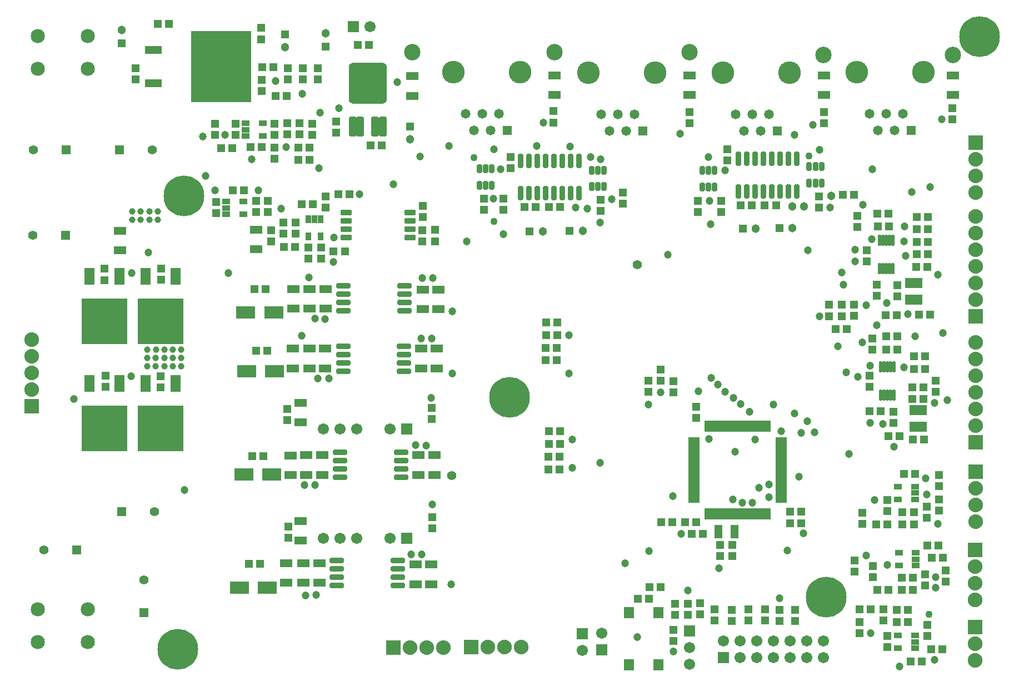
<source format=gts>
G04*
G04 #@! TF.GenerationSoftware,Altium Limited,Altium Designer,19.1.5 (86)*
G04*
G04 Layer_Color=8388736*
%FSLAX25Y25*%
%MOIN*%
G70*
G01*
G75*
%ADD30R,0.27559X0.27559*%
%ADD31R,0.05906X0.09843*%
%ADD41R,0.04737X0.05131*%
%ADD42R,0.07690X0.04737*%
%ADD43R,0.05131X0.04737*%
G04:AMPARAMS|DCode=44|XSize=88.71mil|YSize=31.23mil|CornerRadius=6.9mil|HoleSize=0mil|Usage=FLASHONLY|Rotation=180.000|XOffset=0mil|YOffset=0mil|HoleType=Round|Shape=RoundedRectangle|*
%AMROUNDEDRECTD44*
21,1,0.08871,0.01742,0,0,180.0*
21,1,0.07490,0.03123,0,0,180.0*
1,1,0.01381,-0.03745,0.00871*
1,1,0.01381,0.03745,0.00871*
1,1,0.01381,0.03745,-0.00871*
1,1,0.01381,-0.03745,-0.00871*
%
%ADD44ROUNDEDRECTD44*%
%ADD45R,0.01902X0.06942*%
%ADD46R,0.06942X0.01902*%
%ADD47R,0.05918X0.06902*%
%ADD48R,0.11233X0.07690*%
%ADD49R,0.05131X0.03359*%
%ADD50R,0.03359X0.05131*%
G04:AMPARAMS|DCode=51|XSize=85.56mil|YSize=31.62mil|CornerRadius=6.95mil|HoleSize=0mil|Usage=FLASHONLY|Rotation=90.000|XOffset=0mil|YOffset=0mil|HoleType=Round|Shape=RoundedRectangle|*
%AMROUNDEDRECTD51*
21,1,0.08556,0.01772,0,0,90.0*
21,1,0.07165,0.03162,0,0,90.0*
1,1,0.01391,0.00886,0.03583*
1,1,0.01391,0.00886,-0.03583*
1,1,0.01391,-0.00886,-0.03583*
1,1,0.01391,-0.00886,0.03583*
%
%ADD51ROUNDEDRECTD51*%
G04:AMPARAMS|DCode=52|XSize=65.87mil|YSize=19.02mil|CornerRadius=5.38mil|HoleSize=0mil|Usage=FLASHONLY|Rotation=90.000|XOffset=0mil|YOffset=0mil|HoleType=Round|Shape=RoundedRectangle|*
%AMROUNDEDRECTD52*
21,1,0.06587,0.00827,0,0,90.0*
21,1,0.05512,0.01902,0,0,90.0*
1,1,0.01076,0.00413,0.02756*
1,1,0.01076,0.00413,-0.02756*
1,1,0.01076,-0.00413,-0.02756*
1,1,0.01076,-0.00413,0.02756*
%
%ADD52ROUNDEDRECTD52*%
%ADD53R,0.02800X0.06000*%
G04:AMPARAMS|DCode=54|XSize=69.02mil|YSize=31.62mil|CornerRadius=6.95mil|HoleSize=0mil|Usage=FLASHONLY|Rotation=0.000|XOffset=0mil|YOffset=0mil|HoleType=Round|Shape=RoundedRectangle|*
%AMROUNDEDRECTD54*
21,1,0.06902,0.01772,0,0,0.0*
21,1,0.05512,0.03162,0,0,0.0*
1,1,0.01391,0.02756,-0.00886*
1,1,0.01391,-0.02756,-0.00886*
1,1,0.01391,-0.02756,0.00886*
1,1,0.01391,0.02756,0.00886*
%
%ADD54ROUNDEDRECTD54*%
%ADD55R,0.05100X0.08300*%
G04:AMPARAMS|DCode=56|XSize=55.64mil|YSize=30.84mil|CornerRadius=6.85mil|HoleSize=0mil|Usage=FLASHONLY|Rotation=270.000|XOffset=0mil|YOffset=0mil|HoleType=Round|Shape=RoundedRectangle|*
%AMROUNDEDRECTD56*
21,1,0.05564,0.01713,0,0,270.0*
21,1,0.04193,0.03084,0,0,270.0*
1,1,0.01371,-0.00856,-0.02097*
1,1,0.01371,-0.00856,0.02097*
1,1,0.01371,0.00856,0.02097*
1,1,0.01371,0.00856,-0.02097*
%
%ADD56ROUNDEDRECTD56*%
G04:AMPARAMS|DCode=57|XSize=229.65mil|YSize=248.16mil|CornerRadius=29.49mil|HoleSize=0mil|Usage=FLASHONLY|Rotation=0.000|XOffset=0mil|YOffset=0mil|HoleType=Round|Shape=RoundedRectangle|*
%AMROUNDEDRECTD57*
21,1,0.22965,0.18918,0,0,0.0*
21,1,0.17067,0.24816,0,0,0.0*
1,1,0.05898,0.08534,-0.09459*
1,1,0.05898,-0.08534,-0.09459*
1,1,0.05898,-0.08534,0.09459*
1,1,0.05898,0.08534,0.09459*
%
%ADD57ROUNDEDRECTD57*%
G04:AMPARAMS|DCode=58|XSize=119.42mil|YSize=43.43mil|CornerRadius=8.07mil|HoleSize=0mil|Usage=FLASHONLY|Rotation=90.000|XOffset=0mil|YOffset=0mil|HoleType=Round|Shape=RoundedRectangle|*
%AMROUNDEDRECTD58*
21,1,0.11942,0.02728,0,0,90.0*
21,1,0.10327,0.04343,0,0,90.0*
1,1,0.01615,0.01364,0.05163*
1,1,0.01615,0.01364,-0.05163*
1,1,0.01615,-0.01364,-0.05163*
1,1,0.01615,-0.01364,0.05163*
%
%ADD58ROUNDEDRECTD58*%
%ADD59R,0.10249X0.04934*%
%ADD60R,0.35839X0.42729*%
%ADD61C,0.24422*%
%ADD62R,0.06737X0.06737*%
%ADD63C,0.06737*%
%ADD64C,0.05524*%
%ADD65R,0.05524X0.05524*%
%ADD66R,0.06706X0.06706*%
%ADD67C,0.06706*%
%ADD68R,0.06706X0.06706*%
%ADD69R,0.05131X0.05131*%
%ADD70C,0.05131*%
%ADD71C,0.08477*%
%ADD72C,0.13595*%
%ADD73C,0.05792*%
%ADD74R,0.05792X0.05792*%
%ADD75C,0.09855*%
%ADD76R,0.05131X0.05131*%
%ADD77C,0.08832*%
%ADD78R,0.08832X0.08832*%
%ADD79R,0.08832X0.08832*%
%ADD80R,0.05524X0.05524*%
%ADD81C,0.04737*%
%ADD82C,0.03950*%
%ADD83C,0.04343*%
D30*
X161713Y315209D02*
D03*
X195374D02*
D03*
X161713Y250937D02*
D03*
X195374Y250886D02*
D03*
D31*
X152657Y342374D02*
D03*
X170768D02*
D03*
X186319D02*
D03*
X204429D02*
D03*
X152657Y278102D02*
D03*
X170768D02*
D03*
X186319Y278051D02*
D03*
X204429D02*
D03*
D41*
X271260Y256004D02*
D03*
Y262697D02*
D03*
X357972Y256594D02*
D03*
Y263287D02*
D03*
X271949Y185433D02*
D03*
Y192126D02*
D03*
X358366Y190847D02*
D03*
Y197539D02*
D03*
X566732Y135433D02*
D03*
Y142126D02*
D03*
X575886D02*
D03*
Y135433D02*
D03*
X527756Y142224D02*
D03*
Y135531D02*
D03*
X502953Y123425D02*
D03*
Y130118D02*
D03*
X518996Y145965D02*
D03*
Y139272D02*
D03*
X511614Y139075D02*
D03*
Y145768D02*
D03*
X503839Y138976D02*
D03*
Y145669D02*
D03*
X548032Y135531D02*
D03*
Y142224D02*
D03*
X557874Y135531D02*
D03*
Y142224D02*
D03*
X294247Y390268D02*
D03*
Y383575D02*
D03*
X614764Y134744D02*
D03*
Y128051D02*
D03*
X655315Y126181D02*
D03*
Y132874D02*
D03*
X613386Y378839D02*
D03*
Y372146D02*
D03*
X625098Y337303D02*
D03*
Y330610D02*
D03*
X618898Y351181D02*
D03*
Y357874D02*
D03*
X622244Y298425D02*
D03*
Y305118D02*
D03*
X620669Y275984D02*
D03*
Y282677D02*
D03*
X660138Y279626D02*
D03*
Y272933D02*
D03*
X634941Y261024D02*
D03*
Y254331D02*
D03*
X670374Y436811D02*
D03*
Y443504D02*
D03*
X593307Y434449D02*
D03*
Y441142D02*
D03*
X512598Y434449D02*
D03*
Y441142D02*
D03*
X431102Y434842D02*
D03*
Y441535D02*
D03*
X666142Y165650D02*
D03*
Y158957D02*
D03*
X531496Y381004D02*
D03*
Y387697D02*
D03*
X517618D02*
D03*
Y381004D02*
D03*
X590256Y390354D02*
D03*
Y383661D02*
D03*
X538386Y181102D02*
D03*
Y174409D02*
D03*
X531004Y181102D02*
D03*
Y174409D02*
D03*
X535344Y418685D02*
D03*
Y411992D02*
D03*
X472736Y392618D02*
D03*
Y385925D02*
D03*
X389272Y388878D02*
D03*
Y382185D02*
D03*
X459252Y388386D02*
D03*
Y381693D02*
D03*
X400984Y382283D02*
D03*
Y388976D02*
D03*
X405413Y414173D02*
D03*
Y407480D02*
D03*
X291491Y359559D02*
D03*
Y352866D02*
D03*
X611713Y165059D02*
D03*
Y171752D02*
D03*
X622736Y161614D02*
D03*
Y168307D02*
D03*
X662303Y223031D02*
D03*
Y216339D02*
D03*
X653937Y156791D02*
D03*
Y163484D02*
D03*
X616240Y193799D02*
D03*
Y200492D02*
D03*
X662303Y201772D02*
D03*
Y208465D02*
D03*
X631201Y201279D02*
D03*
Y207972D02*
D03*
X654921Y197343D02*
D03*
Y204035D02*
D03*
X629036Y142323D02*
D03*
Y135630D02*
D03*
X631201Y119783D02*
D03*
Y126476D02*
D03*
X637205Y337008D02*
D03*
Y330315D02*
D03*
X538091Y142028D02*
D03*
Y135335D02*
D03*
X162205Y282776D02*
D03*
Y276083D02*
D03*
X352294Y370098D02*
D03*
Y363405D02*
D03*
X352514Y384756D02*
D03*
Y378063D02*
D03*
X284010Y352866D02*
D03*
Y359559D02*
D03*
X359995Y370189D02*
D03*
Y363496D02*
D03*
X261713Y363386D02*
D03*
Y370079D02*
D03*
X268821Y367886D02*
D03*
Y374579D02*
D03*
X276321Y367886D02*
D03*
Y374579D02*
D03*
X603937Y325197D02*
D03*
Y318504D02*
D03*
X596457Y325197D02*
D03*
Y318504D02*
D03*
X611417Y325394D02*
D03*
Y318701D02*
D03*
X300500Y428653D02*
D03*
Y435347D02*
D03*
X516732Y257185D02*
D03*
Y263878D02*
D03*
X495374Y279724D02*
D03*
Y286417D02*
D03*
X502854Y272736D02*
D03*
Y279429D02*
D03*
X487992Y273031D02*
D03*
Y279724D02*
D03*
X256000Y453653D02*
D03*
Y460347D02*
D03*
X289575Y460653D02*
D03*
Y467346D02*
D03*
X280575D02*
D03*
Y460653D02*
D03*
X271681Y467346D02*
D03*
Y460653D02*
D03*
X286189Y427382D02*
D03*
Y434075D02*
D03*
X278689Y434261D02*
D03*
Y427568D02*
D03*
X271189Y434261D02*
D03*
Y427568D02*
D03*
X263689Y419575D02*
D03*
Y412882D02*
D03*
Y434075D02*
D03*
Y427382D02*
D03*
X240158Y434055D02*
D03*
Y427362D02*
D03*
X227854Y434055D02*
D03*
Y427362D02*
D03*
X195571Y346949D02*
D03*
Y340256D02*
D03*
X161713Y346850D02*
D03*
Y340158D02*
D03*
X195374Y275787D02*
D03*
Y282480D02*
D03*
X255512Y484842D02*
D03*
Y491535D02*
D03*
X180217Y460630D02*
D03*
Y467323D02*
D03*
X252494Y387610D02*
D03*
Y380917D02*
D03*
X228543Y387106D02*
D03*
Y380413D02*
D03*
X259547Y387697D02*
D03*
Y381004D02*
D03*
D42*
X279232Y266437D02*
D03*
Y254626D02*
D03*
X279331Y195473D02*
D03*
Y183661D02*
D03*
X273327Y223031D02*
D03*
Y234842D02*
D03*
X274705Y287118D02*
D03*
Y298929D02*
D03*
X284734Y334756D02*
D03*
Y322945D02*
D03*
X293996Y298929D02*
D03*
Y287118D02*
D03*
X281090Y170013D02*
D03*
Y158202D02*
D03*
X357675Y169226D02*
D03*
Y157415D02*
D03*
X348193Y169226D02*
D03*
Y157415D02*
D03*
X360925Y298929D02*
D03*
Y287118D02*
D03*
X292224Y234941D02*
D03*
Y223130D02*
D03*
X284547Y298929D02*
D03*
Y287118D02*
D03*
X350098Y223130D02*
D03*
Y234941D02*
D03*
X294183Y334756D02*
D03*
Y322945D02*
D03*
X352658Y322551D02*
D03*
Y334362D02*
D03*
X290539Y170013D02*
D03*
Y158202D02*
D03*
X362106Y322551D02*
D03*
Y334362D02*
D03*
X351476Y298929D02*
D03*
Y287118D02*
D03*
X282776Y234941D02*
D03*
Y223130D02*
D03*
X359547D02*
D03*
Y234941D02*
D03*
X670669Y451181D02*
D03*
Y462992D02*
D03*
X593307Y451181D02*
D03*
Y462992D02*
D03*
X512598D02*
D03*
Y451181D02*
D03*
X431496Y462992D02*
D03*
Y451181D02*
D03*
X252756Y370472D02*
D03*
Y358661D02*
D03*
X170866Y357874D02*
D03*
Y369685D02*
D03*
X346260Y450787D02*
D03*
Y462598D02*
D03*
X270722Y158268D02*
D03*
Y170079D02*
D03*
X275098Y322945D02*
D03*
Y334756D02*
D03*
D43*
X251476Y334559D02*
D03*
X258169D02*
D03*
X193602Y494095D02*
D03*
X200295D02*
D03*
X495374Y155807D02*
D03*
X488681D02*
D03*
X481693Y148721D02*
D03*
X488386D02*
D03*
X426476Y306988D02*
D03*
X433169D02*
D03*
X657480Y118405D02*
D03*
X664173D02*
D03*
X649016Y378051D02*
D03*
X655709D02*
D03*
X632283Y372441D02*
D03*
X625591D02*
D03*
X632087Y379921D02*
D03*
X625394D02*
D03*
X656890Y319193D02*
D03*
X650197D02*
D03*
X630315Y319094D02*
D03*
X637008D02*
D03*
X638779Y246457D02*
D03*
X632087D02*
D03*
X647146Y294291D02*
D03*
X653839D02*
D03*
X627165Y261221D02*
D03*
X620472D02*
D03*
X637205Y306299D02*
D03*
X630512D02*
D03*
X637205Y298299D02*
D03*
X630512D02*
D03*
X653334Y244296D02*
D03*
X646641D02*
D03*
X657874Y173228D02*
D03*
X664567D02*
D03*
X655315Y180709D02*
D03*
X662008D02*
D03*
X641142Y223622D02*
D03*
X647835D02*
D03*
X434646Y226378D02*
D03*
X427953D02*
D03*
X432972Y292126D02*
D03*
X426279D02*
D03*
X434842Y241634D02*
D03*
X428150D02*
D03*
X434842Y249213D02*
D03*
X428150D02*
D03*
X432972Y299508D02*
D03*
X426279D02*
D03*
X433169Y314665D02*
D03*
X426476D02*
D03*
X434646Y233858D02*
D03*
X427953D02*
D03*
X611221Y391339D02*
D03*
X604528D02*
D03*
X564468Y385138D02*
D03*
X557776D02*
D03*
X543209D02*
D03*
X549902D02*
D03*
X434842Y383957D02*
D03*
X428150D02*
D03*
X420177D02*
D03*
X413484D02*
D03*
X631890Y153937D02*
D03*
X625197D02*
D03*
X640059Y161417D02*
D03*
X646752D02*
D03*
X639961Y153937D02*
D03*
X646654D02*
D03*
X640453Y193307D02*
D03*
X647146D02*
D03*
X640453Y200787D02*
D03*
X647146D02*
D03*
X631299Y193405D02*
D03*
X624606D02*
D03*
X637008Y134547D02*
D03*
X643701D02*
D03*
X636811Y141929D02*
D03*
X643504D02*
D03*
X645374Y111122D02*
D03*
X652067D02*
D03*
X621358Y142323D02*
D03*
X614665D02*
D03*
X653021Y268596D02*
D03*
X646328D02*
D03*
X652953Y275689D02*
D03*
X646260D02*
D03*
X655709Y363090D02*
D03*
X649016D02*
D03*
X655315Y348130D02*
D03*
X648622D02*
D03*
X655512Y355610D02*
D03*
X648819D02*
D03*
X653839Y286811D02*
D03*
X647146D02*
D03*
X655709Y370571D02*
D03*
X649016D02*
D03*
X308605Y391571D02*
D03*
X301912D02*
D03*
X286569Y385740D02*
D03*
X279876D02*
D03*
X299114Y357382D02*
D03*
X305807D02*
D03*
X269247Y360150D02*
D03*
X275939D02*
D03*
X606890Y310630D02*
D03*
X600197D02*
D03*
X327847Y421000D02*
D03*
X321153D02*
D03*
X516535Y194685D02*
D03*
X509842D02*
D03*
X502362Y194587D02*
D03*
X495669D02*
D03*
X520669Y187697D02*
D03*
X513976D02*
D03*
X572933Y194095D02*
D03*
X579626D02*
D03*
X572933Y201083D02*
D03*
X579626D02*
D03*
X264370Y450787D02*
D03*
X271063D02*
D03*
X313650Y481500D02*
D03*
X320342D02*
D03*
X262846Y468000D02*
D03*
X256153D02*
D03*
X284728Y412228D02*
D03*
X278035D02*
D03*
X284728Y419728D02*
D03*
X278035D02*
D03*
X256102Y420079D02*
D03*
X249410D02*
D03*
X238386Y419291D02*
D03*
X231693D02*
D03*
X259350Y297539D02*
D03*
X252658D02*
D03*
X256988Y234449D02*
D03*
X250295D02*
D03*
X254921Y169783D02*
D03*
X248228D02*
D03*
X245276Y393996D02*
D03*
X238583D02*
D03*
D44*
X301018Y156516D02*
D03*
Y161516D02*
D03*
Y166516D02*
D03*
Y171516D02*
D03*
X337671D02*
D03*
Y166516D02*
D03*
Y161516D02*
D03*
Y156516D02*
D03*
X302854Y221673D02*
D03*
Y226673D02*
D03*
Y231673D02*
D03*
Y236673D02*
D03*
X339508D02*
D03*
Y231673D02*
D03*
Y226673D02*
D03*
Y221673D02*
D03*
X341644Y321587D02*
D03*
Y326587D02*
D03*
Y331587D02*
D03*
Y336587D02*
D03*
X304990D02*
D03*
Y331587D02*
D03*
Y326587D02*
D03*
Y321587D02*
D03*
X341457Y285366D02*
D03*
Y290366D02*
D03*
Y295366D02*
D03*
Y300366D02*
D03*
X304803D02*
D03*
Y295366D02*
D03*
Y290366D02*
D03*
Y285366D02*
D03*
D45*
X522736Y252185D02*
D03*
X524705D02*
D03*
X526673D02*
D03*
X528642D02*
D03*
X530610D02*
D03*
X532579D02*
D03*
X534547D02*
D03*
X536516D02*
D03*
X538484D02*
D03*
X540453D02*
D03*
X542421D02*
D03*
X544390D02*
D03*
X546358D02*
D03*
X548327D02*
D03*
X550295D02*
D03*
X552264D02*
D03*
X554232D02*
D03*
X556201D02*
D03*
X558169D02*
D03*
X560138D02*
D03*
Y199587D02*
D03*
X558169D02*
D03*
X556201D02*
D03*
X554232D02*
D03*
X552264D02*
D03*
X550295D02*
D03*
X548327D02*
D03*
X546358D02*
D03*
X544390D02*
D03*
X542421D02*
D03*
X540453D02*
D03*
X538484D02*
D03*
X536516D02*
D03*
X534547D02*
D03*
X532579D02*
D03*
X530610D02*
D03*
X528642D02*
D03*
X526673D02*
D03*
X524705D02*
D03*
X522736D02*
D03*
D46*
X515138Y207185D02*
D03*
Y209154D02*
D03*
Y211122D02*
D03*
Y213090D02*
D03*
Y215059D02*
D03*
Y217028D02*
D03*
Y218996D02*
D03*
Y220965D02*
D03*
Y222933D02*
D03*
Y224902D02*
D03*
Y226870D02*
D03*
Y228839D02*
D03*
Y230807D02*
D03*
Y232776D02*
D03*
Y234744D02*
D03*
Y236713D02*
D03*
Y238681D02*
D03*
Y240650D02*
D03*
Y242618D02*
D03*
Y244587D02*
D03*
X567736D02*
D03*
Y242618D02*
D03*
Y240650D02*
D03*
Y238681D02*
D03*
Y236713D02*
D03*
Y234744D02*
D03*
Y232776D02*
D03*
Y230807D02*
D03*
Y228839D02*
D03*
Y226870D02*
D03*
Y224902D02*
D03*
Y222933D02*
D03*
Y220965D02*
D03*
Y218996D02*
D03*
Y217028D02*
D03*
Y215059D02*
D03*
Y213090D02*
D03*
Y211122D02*
D03*
Y209154D02*
D03*
Y207185D02*
D03*
D47*
X493996Y140256D02*
D03*
Y108957D02*
D03*
X476279Y140256D02*
D03*
Y108957D02*
D03*
D48*
X242520Y155512D02*
D03*
X259449D02*
D03*
X245177Y223327D02*
D03*
X262106D02*
D03*
X246850Y285445D02*
D03*
X263779D02*
D03*
X263386Y320681D02*
D03*
X246457D02*
D03*
D49*
X637795Y208465D02*
D03*
Y215945D02*
D03*
X648032D02*
D03*
Y212205D02*
D03*
Y208465D02*
D03*
X638189Y168701D02*
D03*
Y176181D02*
D03*
X648425D02*
D03*
Y172441D02*
D03*
Y168701D02*
D03*
X637795Y119095D02*
D03*
Y126575D02*
D03*
X648032D02*
D03*
Y122835D02*
D03*
Y119095D02*
D03*
X256689Y434228D02*
D03*
Y426748D02*
D03*
X246453D02*
D03*
Y430488D02*
D03*
Y434228D02*
D03*
X244998Y387252D02*
D03*
Y379772D02*
D03*
X234761D02*
D03*
Y383512D02*
D03*
Y387252D02*
D03*
D50*
X291294Y366449D02*
D03*
X283814D02*
D03*
Y376685D02*
D03*
X287554D02*
D03*
X291294D02*
D03*
D51*
X541949Y393406D02*
D03*
X546949D02*
D03*
X551949D02*
D03*
X556949D02*
D03*
X561949D02*
D03*
X566949D02*
D03*
X571949D02*
D03*
X576949D02*
D03*
Y412894D02*
D03*
X571949D02*
D03*
X566949D02*
D03*
X561949D02*
D03*
X556949D02*
D03*
X551949D02*
D03*
X546949D02*
D03*
X541949D02*
D03*
X411260Y392189D02*
D03*
X416260D02*
D03*
X421260D02*
D03*
X426260D02*
D03*
X431260D02*
D03*
X436260D02*
D03*
X441260D02*
D03*
X446260D02*
D03*
Y411677D02*
D03*
X441260D02*
D03*
X436260D02*
D03*
X431260D02*
D03*
X426260D02*
D03*
X421260D02*
D03*
X416260D02*
D03*
X411260D02*
D03*
D52*
X626772Y347047D02*
D03*
X628740D02*
D03*
X630709D02*
D03*
X632677D02*
D03*
X634646D02*
D03*
Y363976D02*
D03*
X632677D02*
D03*
X630709D02*
D03*
X628740D02*
D03*
X626772D02*
D03*
X627362Y271161D02*
D03*
X629331D02*
D03*
X631299D02*
D03*
X633268D02*
D03*
X635236D02*
D03*
Y288090D02*
D03*
X633268D02*
D03*
X631299D02*
D03*
X629331D02*
D03*
X627362D02*
D03*
D53*
X653487Y251896D02*
D03*
X650987D02*
D03*
X648387D02*
D03*
X645887D02*
D03*
Y261896D02*
D03*
X648387D02*
D03*
X650987D02*
D03*
X653487D02*
D03*
X651044Y328465D02*
D03*
X648544D02*
D03*
X645944D02*
D03*
X643444D02*
D03*
Y338465D02*
D03*
X645944D02*
D03*
X648544D02*
D03*
X651044D02*
D03*
D54*
X344798Y380642D02*
D03*
Y375642D02*
D03*
Y370642D02*
D03*
Y365642D02*
D03*
X306687D02*
D03*
Y370642D02*
D03*
Y375642D02*
D03*
Y380642D02*
D03*
D55*
X539680Y189014D02*
D03*
X530080D02*
D03*
D56*
X520276Y396142D02*
D03*
X524016D02*
D03*
X527756D02*
D03*
X520276Y406024D02*
D03*
X524016D02*
D03*
X527756D02*
D03*
X584449Y398307D02*
D03*
X588189D02*
D03*
X591929D02*
D03*
X584449Y408189D02*
D03*
X588189D02*
D03*
X591929D02*
D03*
X453937Y396240D02*
D03*
X457677D02*
D03*
X461417D02*
D03*
X453937Y406122D02*
D03*
X457677D02*
D03*
X461417D02*
D03*
X386614Y397126D02*
D03*
X390354D02*
D03*
X394094D02*
D03*
X386614Y407008D02*
D03*
X390354D02*
D03*
X394094D02*
D03*
D57*
X319500Y458500D02*
D03*
D58*
X310524Y432319D02*
D03*
X315012D02*
D03*
X323988D02*
D03*
X328476D02*
D03*
D59*
X191000Y478500D02*
D03*
Y458500D02*
D03*
D60*
X231748Y468500D02*
D03*
D61*
X404724Y269685D02*
D03*
X594587Y149705D02*
D03*
X686614Y486221D02*
D03*
X205512Y118209D02*
D03*
X209449Y390551D02*
D03*
D62*
X343012Y250590D02*
D03*
X343091Y185039D02*
D03*
D63*
X333012Y250590D02*
D03*
X313012D02*
D03*
X303012D02*
D03*
X293012D02*
D03*
X333091Y185039D02*
D03*
X313090D02*
D03*
X303091D02*
D03*
X293091D02*
D03*
D64*
X118815Y418500D02*
D03*
X190342D02*
D03*
X185335Y160138D02*
D03*
X125394Y177854D02*
D03*
X191634Y200886D02*
D03*
X118602Y367126D02*
D03*
X369882Y222539D02*
D03*
X481201Y349311D02*
D03*
D65*
X138500Y418500D02*
D03*
X170658D02*
D03*
X145079Y177854D02*
D03*
X171949Y200886D02*
D03*
X138287Y367126D02*
D03*
D66*
X533091Y113425D02*
D03*
X311024Y492224D02*
D03*
D67*
X533091Y123425D02*
D03*
X543091Y113425D02*
D03*
Y123425D02*
D03*
X553091Y113425D02*
D03*
Y123425D02*
D03*
X563091Y113425D02*
D03*
Y123425D02*
D03*
X573091Y113425D02*
D03*
Y123425D02*
D03*
X583091Y113425D02*
D03*
Y123425D02*
D03*
X593091Y113425D02*
D03*
Y123425D02*
D03*
X512598Y119193D02*
D03*
Y109193D02*
D03*
X448228Y117815D02*
D03*
X460039Y127913D02*
D03*
X321024Y492224D02*
D03*
D68*
X512598Y129193D02*
D03*
X448228Y127815D02*
D03*
X460039Y117913D02*
D03*
D69*
X171949Y482415D02*
D03*
X270079Y487795D02*
D03*
X345000Y432437D02*
D03*
X294193Y480315D02*
D03*
D70*
X171949Y490289D02*
D03*
X270079Y479921D02*
D03*
X424508Y369193D02*
D03*
X552461Y370965D02*
D03*
X448524Y369587D02*
D03*
X574409Y371260D02*
D03*
X345000Y424563D02*
D03*
X294193Y488189D02*
D03*
X581328Y384369D02*
D03*
X574311Y384252D02*
D03*
X597736Y390748D02*
D03*
D71*
X151516Y122638D02*
D03*
X121516D02*
D03*
X151516Y142323D02*
D03*
X121516D02*
D03*
X151500Y467000D02*
D03*
X121500D02*
D03*
X151500Y486685D02*
D03*
X121500D02*
D03*
D72*
X652992Y464961D02*
D03*
X612992D02*
D03*
X572677Y464567D02*
D03*
X532677D02*
D03*
X491968D02*
D03*
X451968D02*
D03*
X410866Y464961D02*
D03*
X370866D02*
D03*
D73*
X620512Y439961D02*
D03*
X630512D02*
D03*
X640512D02*
D03*
X625512Y429961D02*
D03*
X635512D02*
D03*
X540197Y439567D02*
D03*
X550197D02*
D03*
X560197D02*
D03*
X545197Y429567D02*
D03*
X555197D02*
D03*
X459488Y439567D02*
D03*
X469488D02*
D03*
X479488D02*
D03*
X464488Y429567D02*
D03*
X474488D02*
D03*
X378386Y439961D02*
D03*
X388386D02*
D03*
X398386D02*
D03*
X383386Y429961D02*
D03*
X393386D02*
D03*
D74*
X645512D02*
D03*
X565197Y429567D02*
D03*
X484488D02*
D03*
X403386Y429961D02*
D03*
D75*
X670669Y475197D02*
D03*
X592913D02*
D03*
X512598Y477165D02*
D03*
X431496D02*
D03*
X346224Y476933D02*
D03*
D76*
X416634Y369193D02*
D03*
X544587Y370965D02*
D03*
X440650Y369587D02*
D03*
X566535Y371260D02*
D03*
D77*
X365020Y119291D02*
D03*
X355039D02*
D03*
X345039D02*
D03*
X411476Y119685D02*
D03*
X401496D02*
D03*
X391496D02*
D03*
X118012Y294193D02*
D03*
Y304193D02*
D03*
Y284213D02*
D03*
Y274213D02*
D03*
X684252Y194980D02*
D03*
Y204961D02*
D03*
Y214961D02*
D03*
X683858Y147894D02*
D03*
Y157874D02*
D03*
Y167874D02*
D03*
X684252Y392776D02*
D03*
Y402756D02*
D03*
Y412756D02*
D03*
X683858Y121653D02*
D03*
Y111653D02*
D03*
X684154Y292697D02*
D03*
Y252697D02*
D03*
Y262697D02*
D03*
Y282677D02*
D03*
Y272677D02*
D03*
Y302736D02*
D03*
X684252Y368307D02*
D03*
Y328307D02*
D03*
Y338307D02*
D03*
Y358287D02*
D03*
Y348287D02*
D03*
Y378346D02*
D03*
D78*
X335039Y119291D02*
D03*
X381496Y119685D02*
D03*
D79*
X118012Y264213D02*
D03*
X684252Y224961D02*
D03*
X683858Y177874D02*
D03*
X684252Y422756D02*
D03*
X683858Y131653D02*
D03*
X684154Y242697D02*
D03*
X684252Y318307D02*
D03*
D80*
X185335Y140453D02*
D03*
D81*
X659547Y266437D02*
D03*
X507480Y187795D02*
D03*
X620866Y254429D02*
D03*
X293898Y316732D02*
D03*
X638484Y107874D02*
D03*
X621457Y128051D02*
D03*
X560236Y209646D02*
D03*
X188091Y356594D02*
D03*
X474114Y170177D02*
D03*
X488189Y177461D02*
D03*
X659646Y112106D02*
D03*
X296260Y281004D02*
D03*
X583760Y358071D02*
D03*
X596850Y383661D02*
D03*
X616535Y385433D02*
D03*
X628642Y253839D02*
D03*
X554331Y215453D02*
D03*
X560335Y217421D02*
D03*
X345522Y175246D02*
D03*
X282283Y150591D02*
D03*
X287992Y216929D02*
D03*
X289567Y280906D02*
D03*
X548524Y261122D02*
D03*
X543307Y265650D02*
D03*
X538878Y269488D02*
D03*
X660138Y161811D02*
D03*
X298917Y350886D02*
D03*
X357776Y269488D02*
D03*
X358366Y205512D02*
D03*
X209646Y214075D02*
D03*
X143256Y268701D02*
D03*
X287992Y317028D02*
D03*
X314701Y391571D02*
D03*
X358661Y341339D02*
D03*
X442224Y227461D02*
D03*
X440453Y283883D02*
D03*
X442224Y244193D02*
D03*
X440158Y306988D02*
D03*
X358071Y304921D02*
D03*
X354724Y240846D02*
D03*
X348425Y240945D02*
D03*
X253839Y393996D02*
D03*
X284154Y341831D02*
D03*
X280020Y306791D02*
D03*
X350886Y414370D02*
D03*
X351969Y175394D02*
D03*
X236122Y344390D02*
D03*
X178051Y344193D02*
D03*
X227871Y393996D02*
D03*
X458957Y230512D02*
D03*
X395374Y418799D02*
D03*
X334842Y397736D02*
D03*
X369685Y157283D02*
D03*
X222358Y402543D02*
D03*
X290166Y407480D02*
D03*
X378925Y363496D02*
D03*
X370374Y321457D02*
D03*
Y284055D02*
D03*
X606693Y284646D02*
D03*
X613779Y282087D02*
D03*
X567753Y249495D02*
D03*
X575492Y259941D02*
D03*
X583198Y255229D02*
D03*
X579556Y248339D02*
D03*
X587500Y248721D02*
D03*
X578150Y221949D02*
D03*
X622047Y364567D02*
D03*
X620866Y288681D02*
D03*
X288484Y150886D02*
D03*
X281693Y217028D02*
D03*
X524360Y244734D02*
D03*
X177559Y282283D02*
D03*
X533858Y273130D02*
D03*
X529724Y277362D02*
D03*
X525591Y281398D02*
D03*
X399410Y406693D02*
D03*
X667224Y267913D02*
D03*
X234006Y427362D02*
D03*
X631348Y168848D02*
D03*
X220472Y426476D02*
D03*
X459350Y412697D02*
D03*
X538779Y208268D02*
D03*
X502953Y117126D02*
D03*
X534055Y406004D02*
D03*
X302165Y443209D02*
D03*
X563091Y265256D02*
D03*
X616240Y302658D02*
D03*
X603887Y344635D02*
D03*
X580807Y187992D02*
D03*
X540059Y236910D02*
D03*
X625098Y312894D02*
D03*
X631004Y326279D02*
D03*
X660236Y155512D02*
D03*
X465945Y388681D02*
D03*
X270571Y420177D02*
D03*
X481201Y125787D02*
D03*
X517815Y273425D02*
D03*
X368307Y420768D02*
D03*
X645866Y393110D02*
D03*
X622146Y406791D02*
D03*
X605020Y337205D02*
D03*
X664764Y308465D02*
D03*
X608268Y235827D02*
D03*
X618602Y174803D02*
D03*
X571260Y177657D02*
D03*
X664075Y436614D02*
D03*
X656978Y396161D02*
D03*
X642224Y354528D02*
D03*
X337205Y458858D02*
D03*
X290846Y440846D02*
D03*
X611811Y351476D02*
D03*
X601673Y300394D02*
D03*
X611909Y358465D02*
D03*
X451302Y382991D02*
D03*
X502756Y210433D02*
D03*
X654331Y220866D02*
D03*
X586516Y433366D02*
D03*
X499508Y355315D02*
D03*
X506988Y427854D02*
D03*
X425000Y434842D02*
D03*
X511614Y153642D02*
D03*
X280315Y451968D02*
D03*
X544390Y206299D02*
D03*
X487894Y265453D02*
D03*
X458858Y374606D02*
D03*
X495374Y272638D02*
D03*
X552067Y244488D02*
D03*
X400984Y367717D02*
D03*
X590650Y318209D02*
D03*
X524114Y413976D02*
D03*
X590650Y418405D02*
D03*
X575591Y427264D02*
D03*
X441043Y420374D02*
D03*
X420965Y420768D02*
D03*
X453346Y414173D02*
D03*
X395079Y388878D02*
D03*
X444291Y383563D02*
D03*
X550197Y206496D02*
D03*
X566535Y148917D02*
D03*
X661713Y193701D02*
D03*
X654823Y211417D02*
D03*
X525197Y373671D02*
D03*
X524508Y387795D02*
D03*
X267520Y382874D02*
D03*
X299384Y365642D02*
D03*
X623721Y207972D02*
D03*
X530315Y167126D02*
D03*
X641535Y372244D02*
D03*
X641437Y363484D02*
D03*
X618602Y324902D02*
D03*
X641142Y287598D02*
D03*
X643504Y319587D02*
D03*
X635335Y240059D02*
D03*
X661614Y343307D02*
D03*
X648089Y306498D02*
D03*
X352165Y341339D02*
D03*
X351673Y305020D02*
D03*
X264173Y459842D02*
D03*
X250098Y412697D02*
D03*
D82*
X192421Y293358D02*
D03*
X197539Y293307D02*
D03*
X202559Y293358D02*
D03*
X193504Y376181D02*
D03*
X188484D02*
D03*
X183366D02*
D03*
X178248D02*
D03*
X178248Y381398D02*
D03*
X183366D02*
D03*
X188484D02*
D03*
X193504D02*
D03*
X187303Y293358D02*
D03*
X187205Y288189D02*
D03*
X192323D02*
D03*
X197539Y288287D02*
D03*
X202559D02*
D03*
X207579Y288189D02*
D03*
X207677Y293358D02*
D03*
X207776Y298327D02*
D03*
X202658Y298327D02*
D03*
X197539Y298374D02*
D03*
X192520Y298327D02*
D03*
X187402D02*
D03*
D83*
X383268Y413583D02*
D03*
X656398Y139272D02*
D03*
X584154Y414567D02*
D03*
X395374Y375394D02*
D03*
M02*

</source>
